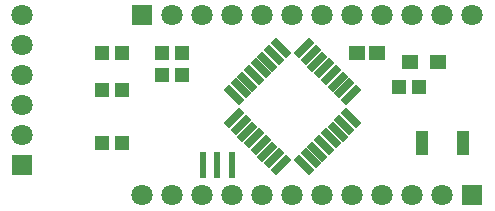
<source format=gts>
G04 DipTrace 3.3.1.3*
G04 CR19-0914-MP2.GTS*
%MOMM*%
G04 #@! TF.FileFunction,Soldermask,Top*
G04 #@! TF.Part,Single*
%AMOUTLINE1*
4,1,4,
-0.42426,-0.91924,
-0.91924,-0.42426,
0.42426,0.91924,
0.91924,0.42426,
-0.42426,-0.91924,
0*%
%AMOUTLINE4*
4,1,4,
-0.91924,0.42426,
-0.42426,0.91924,
0.91924,-0.42426,
0.42426,-0.91924,
-0.91924,0.42426,
0*%
%AMOUTLINE7*
4,1,4,
0.65,0.6,
0.65,-0.6,
-0.65,-0.6,
-0.65,0.6,
0.65,0.6,
0*%
%AMOUTLINE10*
4,1,4,
0.475,-1.0,
-0.475,-1.0,
-0.475,1.0,
0.475,1.0,
0.475,-1.0,
0*%
%ADD34R,1.45X1.3*%
%ADD36R,1.3X1.2*%
%ADD38R,0.6X2.2*%
%ADD40C,1.8*%
%ADD42R,1.8X1.8*%
%ADD47OUTLINE1*%
%ADD50OUTLINE4*%
%ADD53OUTLINE7*%
%ADD56OUTLINE10*%
%FSLAX35Y35*%
G04*
G71*
G90*
G75*
G01*
G04 TopMask*
%LPD*%
D47*
X1918025Y779005D3*
X1974594Y722437D3*
X2031162Y665868D3*
X2087731Y609299D3*
X2144299Y552731D3*
X2200868Y496162D3*
X2257437Y439594D3*
X2314005Y383025D3*
D50*
X2511995D3*
X2568563Y439594D3*
X2625132Y496162D3*
X2681701Y552731D3*
X2738269Y609299D3*
X2794838Y665868D3*
X2851406Y722437D3*
X2907975Y779005D3*
D47*
Y976995D3*
X2851406Y1033563D3*
X2794838Y1090132D3*
X2738269Y1146701D3*
X2681701Y1203269D3*
X2625132Y1259838D3*
X2568563Y1316406D3*
X2511995Y1372975D3*
D50*
X2314005D3*
X2257437Y1316406D3*
X2200868Y1259838D3*
X2144299Y1203269D3*
X2087731Y1146701D3*
X2031162Y1090132D3*
X1974594Y1033563D3*
X1918025Y976995D3*
D42*
X3937000Y127000D3*
D40*
X3683000D3*
X3429000D3*
X3175000D3*
X2921000D3*
X2667000D3*
X2413000D3*
X2159000D3*
X1905000D3*
X1651000D3*
X1397000D3*
X1143000D3*
D42*
Y1651000D3*
D40*
X1397000D3*
X1651000D3*
X1905000D3*
X2159000D3*
X2413000D3*
X2667000D3*
X2921000D3*
X3175000D3*
X3429000D3*
X3683000D3*
X3937000D3*
D42*
X127000Y381000D3*
D40*
Y635000D3*
Y889000D3*
Y1143000D3*
Y1397000D3*
Y1651000D3*
D38*
X1658000Y381000D3*
X1778000D3*
X1898000D3*
D53*
X2963000Y1333500D3*
X3133000D3*
D36*
X804000Y1016000D3*
X974000D3*
D56*
X3510500Y571500D3*
X3855500D3*
D36*
X804000D3*
X974000D3*
X1312000Y1333500D3*
X1482000D3*
X804000D3*
X974000D3*
X3312250Y1047750D3*
X3482250D3*
D34*
X3641750Y1254127D3*
X3406750D3*
D36*
X1482000Y1143000D3*
X1312000D3*
M02*

</source>
